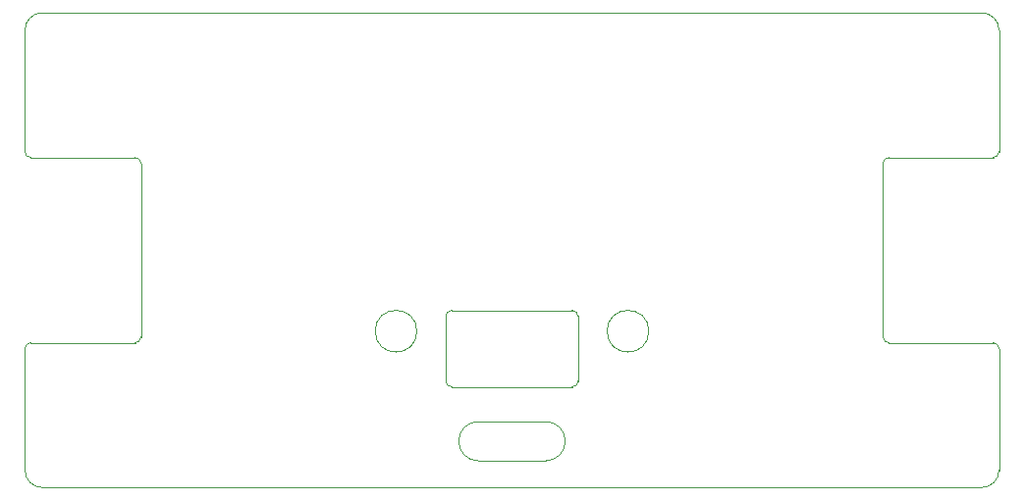
<source format=gm1>
G04 #@! TF.GenerationSoftware,KiCad,Pcbnew,6.0.11+dfsg-1*
G04 #@! TF.ProjectId,project,70726f6a-6563-4742-9e6b-696361645f70,rev?*
G04 #@! TF.SameCoordinates,Original*
G04 #@! TF.FileFunction,Profile,NP*
%FSLAX46Y46*%
G04 Gerber Fmt 4.6, Leading zero omitted, Abs format (unit mm)*
%MOMM*%
%LPD*%
G01*
G04 APERTURE LIST*
G04 #@! TA.AperFunction,Profile*
%ADD10C,0.100000*%
G04 #@! TD*
G04 APERTURE END LIST*
D10*
X127762500Y-70537500D02*
G75*
G03*
X126262500Y-72037500I0J-1500000D01*
G01*
X171162500Y-109237500D02*
G75*
G03*
X171162500Y-105837500I3000J1700000D01*
G01*
X173462500Y-102837500D02*
X163062500Y-102837500D01*
X165362500Y-105837500D02*
G75*
G03*
X165362500Y-109237500I-3000J-1700000D01*
G01*
X210262500Y-72037500D02*
G75*
G03*
X208762500Y-70537500I-1500000J0D01*
G01*
X126262500Y-99537500D02*
X126262500Y-110037500D01*
X208262500Y-111537500D02*
X128262500Y-111537500D01*
X200262500Y-98537500D02*
X200262500Y-83537500D01*
X200762500Y-83037500D02*
X209762500Y-83037500D01*
X208762500Y-70537500D02*
X127762500Y-70537500D01*
X180062500Y-98037500D02*
G75*
G03*
X180062500Y-98037500I-1800000J0D01*
G01*
X162562500Y-102337500D02*
X162562500Y-96737500D01*
X173962500Y-96737500D02*
G75*
G03*
X173462500Y-96237500I-500000J0D01*
G01*
X209762500Y-99037500D02*
X200762500Y-99037500D01*
X163062500Y-96237500D02*
G75*
G03*
X162562500Y-96737500I0J-500000D01*
G01*
X160062500Y-98037500D02*
G75*
G03*
X160062500Y-98037500I-1800000J0D01*
G01*
X135762500Y-99037500D02*
G75*
G03*
X136262500Y-98537500I0J500000D01*
G01*
X173462500Y-102837500D02*
G75*
G03*
X173962500Y-102337500I0J500000D01*
G01*
X165362500Y-105837500D02*
X171162500Y-105837500D01*
X200262500Y-98537500D02*
G75*
G03*
X200762500Y-99037500I500000J0D01*
G01*
X135762500Y-99037500D02*
X126762500Y-99037500D01*
X126262500Y-110037500D02*
G75*
G03*
X127762500Y-111537500I1500000J0D01*
G01*
X210262500Y-82537500D02*
X210262500Y-72037500D01*
X126262500Y-82537500D02*
G75*
G03*
X126762500Y-83037500I500000J0D01*
G01*
X208762500Y-111537500D02*
X208262500Y-111537500D01*
X171162500Y-109237500D02*
X165362500Y-109237500D01*
X126762500Y-99037500D02*
G75*
G03*
X126262500Y-99537500I0J-500000D01*
G01*
X200762500Y-83037500D02*
G75*
G03*
X200262500Y-83537500I0J-500000D01*
G01*
X173962500Y-96737500D02*
X173962500Y-102337500D01*
X208762500Y-111537500D02*
G75*
G03*
X210262500Y-110037500I0J1500000D01*
G01*
X136262500Y-83537500D02*
X136262500Y-98537500D01*
X126262500Y-72037500D02*
X126262500Y-82537500D01*
X209762500Y-83037500D02*
G75*
G03*
X210262500Y-82537500I0J500000D01*
G01*
X136262500Y-83537500D02*
G75*
G03*
X135762500Y-83037500I-500000J0D01*
G01*
X210262500Y-99537500D02*
X210262500Y-110037500D01*
X163062500Y-96237500D02*
X173462500Y-96237500D01*
X127762500Y-111537500D02*
X128262500Y-111537500D01*
X126762500Y-83037500D02*
X135762500Y-83037500D01*
X162562500Y-102337500D02*
G75*
G03*
X163062500Y-102837500I500000J0D01*
G01*
X210262500Y-99537500D02*
G75*
G03*
X209762500Y-99037500I-500000J0D01*
G01*
M02*

</source>
